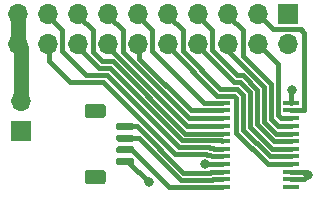
<source format=gbr>
%TF.GenerationSoftware,KiCad,Pcbnew,(5.1.12)-1*%
%TF.CreationDate,2022-03-16T22:40:04-06:00*%
%TF.ProjectId,RelayDriver,52656c61-7944-4726-9976-65722e6b6963,rev?*%
%TF.SameCoordinates,Original*%
%TF.FileFunction,Copper,L1,Top*%
%TF.FilePolarity,Positive*%
%FSLAX46Y46*%
G04 Gerber Fmt 4.6, Leading zero omitted, Abs format (unit mm)*
G04 Created by KiCad (PCBNEW (5.1.12)-1) date 2022-03-16 22:40:05*
%MOMM*%
%LPD*%
G01*
G04 APERTURE LIST*
%TA.AperFunction,ComponentPad*%
%ADD10O,1.700000X1.700000*%
%TD*%
%TA.AperFunction,ComponentPad*%
%ADD11R,1.700000X1.700000*%
%TD*%
%TA.AperFunction,SMDPad,CuDef*%
%ADD12R,1.473200X0.355600*%
%TD*%
%TA.AperFunction,ViaPad*%
%ADD13C,0.800000*%
%TD*%
%TA.AperFunction,Conductor*%
%ADD14C,0.381000*%
%TD*%
%TA.AperFunction,Conductor*%
%ADD15C,1.270000*%
%TD*%
G04 APERTURE END LIST*
D10*
%TO.P,J3,2*%
%TO.N,Net-(J2-Pad19)*%
X61874400Y-59588400D03*
D11*
%TO.P,J3,1*%
%TO.N,GND*%
X61874400Y-62128400D03*
%TD*%
D12*
%TO.P,U1,24*%
%TO.N,Net-(J1-Pad2)*%
X78867000Y-66878200D03*
%TO.P,U1,23*%
%TO.N,Net-(J1-Pad3)*%
X78867000Y-66217800D03*
%TO.P,U1,22*%
%TO.N,Net-(J1-Pad4)*%
X78867000Y-65582800D03*
%TO.P,U1,21*%
%TO.N,GND*%
X78867000Y-64922400D03*
%TO.P,U1,20*%
%TO.N,Net-(J2-Pad18)*%
X78867000Y-64262000D03*
%TO.P,U1,19*%
%TO.N,Net-(J2-Pad17)*%
X78867000Y-63627000D03*
%TO.P,U1,18*%
%TO.N,Net-(J2-Pad16)*%
X78867000Y-62966600D03*
%TO.P,U1,17*%
%TO.N,Net-(J2-Pad15)*%
X78867000Y-62331600D03*
%TO.P,U1,16*%
%TO.N,Net-(J2-Pad14)*%
X78867000Y-61671200D03*
%TO.P,U1,15*%
%TO.N,Net-(J2-Pad13)*%
X78867000Y-61010800D03*
%TO.P,U1,14*%
%TO.N,Net-(J2-Pad12)*%
X78867000Y-60375800D03*
%TO.P,U1,13*%
%TO.N,Net-(J2-Pad11)*%
X78867000Y-59715400D03*
%TO.P,U1,12*%
%TO.N,GND*%
X84709000Y-59715400D03*
%TO.P,U1,11*%
%TO.N,Net-(J2-Pad3)*%
X84709000Y-60375800D03*
%TO.P,U1,10*%
%TO.N,Net-(J2-Pad4)*%
X84709000Y-61010800D03*
%TO.P,U1,9*%
%TO.N,Net-(J2-Pad5)*%
X84709000Y-61671200D03*
%TO.P,U1,8*%
%TO.N,Net-(J2-Pad6)*%
X84709000Y-62331600D03*
%TO.P,U1,7*%
%TO.N,Net-(J2-Pad7)*%
X84709000Y-62966600D03*
%TO.P,U1,6*%
%TO.N,Net-(J2-Pad8)*%
X84709000Y-63627000D03*
%TO.P,U1,5*%
%TO.N,Net-(J2-Pad9)*%
X84709000Y-64262000D03*
%TO.P,U1,4*%
%TO.N,Net-(J2-Pad10)*%
X84709000Y-64922400D03*
%TO.P,U1,3*%
%TO.N,GND*%
X84709000Y-65582800D03*
%TO.P,U1,2*%
X84709000Y-66217800D03*
%TO.P,U1,1*%
%TO.N,Net-(U1-Pad1)*%
X84709000Y-66878200D03*
%TD*%
D10*
%TO.P,J2,20*%
%TO.N,Net-(J2-Pad19)*%
X61569600Y-54762400D03*
%TO.P,J2,19*%
X61569600Y-52222400D03*
%TO.P,J2,18*%
%TO.N,Net-(J2-Pad18)*%
X64109600Y-54762400D03*
%TO.P,J2,17*%
%TO.N,Net-(J2-Pad17)*%
X64109600Y-52222400D03*
%TO.P,J2,16*%
%TO.N,Net-(J2-Pad16)*%
X66649600Y-54762400D03*
%TO.P,J2,15*%
%TO.N,Net-(J2-Pad15)*%
X66649600Y-52222400D03*
%TO.P,J2,14*%
%TO.N,Net-(J2-Pad14)*%
X69189600Y-54762400D03*
%TO.P,J2,13*%
%TO.N,Net-(J2-Pad13)*%
X69189600Y-52222400D03*
%TO.P,J2,12*%
%TO.N,Net-(J2-Pad12)*%
X71729600Y-54762400D03*
%TO.P,J2,11*%
%TO.N,Net-(J2-Pad11)*%
X71729600Y-52222400D03*
%TO.P,J2,10*%
%TO.N,Net-(J2-Pad10)*%
X74269600Y-54762400D03*
%TO.P,J2,9*%
%TO.N,Net-(J2-Pad9)*%
X74269600Y-52222400D03*
%TO.P,J2,8*%
%TO.N,Net-(J2-Pad8)*%
X76809600Y-54762400D03*
%TO.P,J2,7*%
%TO.N,Net-(J2-Pad7)*%
X76809600Y-52222400D03*
%TO.P,J2,6*%
%TO.N,Net-(J2-Pad6)*%
X79349600Y-54762400D03*
%TO.P,J2,5*%
%TO.N,Net-(J2-Pad5)*%
X79349600Y-52222400D03*
%TO.P,J2,4*%
%TO.N,Net-(J2-Pad4)*%
X81889600Y-54762400D03*
%TO.P,J2,3*%
%TO.N,Net-(J2-Pad3)*%
X81889600Y-52222400D03*
%TO.P,J2,2*%
%TO.N,GND*%
X84429600Y-54762400D03*
D11*
%TO.P,J2,1*%
X84429600Y-52222400D03*
%TD*%
%TO.P,J1,MP*%
%TO.N,N/C*%
%TA.AperFunction,SMDPad,CuDef*%
G36*
G01*
X68792001Y-61020600D02*
X67491999Y-61020600D01*
G75*
G02*
X67242000Y-60770601I0J249999D01*
G01*
X67242000Y-60070599D01*
G75*
G02*
X67491999Y-59820600I249999J0D01*
G01*
X68792001Y-59820600D01*
G75*
G02*
X69042000Y-60070599I0J-249999D01*
G01*
X69042000Y-60770601D01*
G75*
G02*
X68792001Y-61020600I-249999J0D01*
G01*
G37*
%TD.AperFunction*%
%TA.AperFunction,SMDPad,CuDef*%
G36*
G01*
X68792001Y-66620600D02*
X67491999Y-66620600D01*
G75*
G02*
X67242000Y-66370601I0J249999D01*
G01*
X67242000Y-65670599D01*
G75*
G02*
X67491999Y-65420600I249999J0D01*
G01*
X68792001Y-65420600D01*
G75*
G02*
X69042000Y-65670599I0J-249999D01*
G01*
X69042000Y-66370601D01*
G75*
G02*
X68792001Y-66620600I-249999J0D01*
G01*
G37*
%TD.AperFunction*%
%TO.P,J1,4*%
%TO.N,Net-(J1-Pad4)*%
%TA.AperFunction,SMDPad,CuDef*%
G36*
G01*
X71292000Y-62020600D02*
X70042000Y-62020600D01*
G75*
G02*
X69892000Y-61870600I0J150000D01*
G01*
X69892000Y-61570600D01*
G75*
G02*
X70042000Y-61420600I150000J0D01*
G01*
X71292000Y-61420600D01*
G75*
G02*
X71442000Y-61570600I0J-150000D01*
G01*
X71442000Y-61870600D01*
G75*
G02*
X71292000Y-62020600I-150000J0D01*
G01*
G37*
%TD.AperFunction*%
%TO.P,J1,3*%
%TO.N,Net-(J1-Pad3)*%
%TA.AperFunction,SMDPad,CuDef*%
G36*
G01*
X71292000Y-63020600D02*
X70042000Y-63020600D01*
G75*
G02*
X69892000Y-62870600I0J150000D01*
G01*
X69892000Y-62570600D01*
G75*
G02*
X70042000Y-62420600I150000J0D01*
G01*
X71292000Y-62420600D01*
G75*
G02*
X71442000Y-62570600I0J-150000D01*
G01*
X71442000Y-62870600D01*
G75*
G02*
X71292000Y-63020600I-150000J0D01*
G01*
G37*
%TD.AperFunction*%
%TO.P,J1,2*%
%TO.N,Net-(J1-Pad2)*%
%TA.AperFunction,SMDPad,CuDef*%
G36*
G01*
X71292000Y-64020600D02*
X70042000Y-64020600D01*
G75*
G02*
X69892000Y-63870600I0J150000D01*
G01*
X69892000Y-63570600D01*
G75*
G02*
X70042000Y-63420600I150000J0D01*
G01*
X71292000Y-63420600D01*
G75*
G02*
X71442000Y-63570600I0J-150000D01*
G01*
X71442000Y-63870600D01*
G75*
G02*
X71292000Y-64020600I-150000J0D01*
G01*
G37*
%TD.AperFunction*%
%TO.P,J1,1*%
%TO.N,GND*%
%TA.AperFunction,SMDPad,CuDef*%
G36*
G01*
X71292000Y-65020600D02*
X70042000Y-65020600D01*
G75*
G02*
X69892000Y-64870600I0J150000D01*
G01*
X69892000Y-64570600D01*
G75*
G02*
X70042000Y-64420600I150000J0D01*
G01*
X71292000Y-64420600D01*
G75*
G02*
X71442000Y-64570600I0J-150000D01*
G01*
X71442000Y-64870600D01*
G75*
G02*
X71292000Y-65020600I-150000J0D01*
G01*
G37*
%TD.AperFunction*%
%TD*%
D13*
%TO.N,GND*%
X72669400Y-66446400D03*
X84759800Y-58648600D03*
X86182200Y-65836800D03*
X77442991Y-64894923D03*
%TD*%
D14*
%TO.N,GND*%
X85801200Y-66217800D02*
X86182200Y-65836800D01*
X84709000Y-66217800D02*
X85801200Y-66217800D01*
X85928200Y-65582800D02*
X86182200Y-65836800D01*
X84709000Y-65582800D02*
X85928200Y-65582800D01*
X84709000Y-58699400D02*
X84759800Y-58648600D01*
X84709000Y-59715400D02*
X84709000Y-58699400D01*
X78867000Y-64922400D02*
X77470468Y-64922400D01*
X77470468Y-64922400D02*
X77442991Y-64894923D01*
X70943600Y-64720600D02*
X72669400Y-66446400D01*
X70667000Y-64720600D02*
X70943600Y-64720600D01*
%TO.N,Net-(J1-Pad4)*%
X77822433Y-65685425D02*
X75600297Y-65685425D01*
X78867000Y-65582800D02*
X77925058Y-65582800D01*
X77925058Y-65582800D02*
X77822433Y-65685425D01*
X71635472Y-61720600D02*
X70667000Y-61720600D01*
X75600297Y-65685425D02*
X71635472Y-61720600D01*
%TO.N,Net-(J1-Pad3)*%
X78111731Y-66217800D02*
X78063095Y-66266436D01*
X78063095Y-66266436D02*
X75359636Y-66266436D01*
X78867000Y-66217800D02*
X78111731Y-66217800D01*
X71813800Y-62720600D02*
X70667000Y-62720600D01*
X75359636Y-66266436D02*
X71813800Y-62720600D01*
%TO.N,Net-(J1-Pad2)*%
X71206398Y-63720600D02*
X70667000Y-63720600D01*
X74363998Y-66878200D02*
X71206398Y-63720600D01*
X78867000Y-66878200D02*
X74363998Y-66878200D01*
D15*
%TO.N,Net-(J2-Pad19)*%
X61874400Y-55067200D02*
X61569600Y-54762400D01*
X61874400Y-59588400D02*
X61874400Y-55067200D01*
X61569600Y-54762400D02*
X61569600Y-52222400D01*
D14*
%TO.N,Net-(J2-Pad18)*%
X77536054Y-64074629D02*
X77577337Y-64115912D01*
X64236600Y-54965600D02*
X64236600Y-56167681D01*
X64236600Y-56167681D02*
X66018051Y-57949132D01*
X78033792Y-64262000D02*
X78867000Y-64262000D01*
X77887704Y-64115912D02*
X78033792Y-64262000D01*
X77577337Y-64115912D02*
X77887704Y-64115912D01*
X68794932Y-57949132D02*
X74920429Y-64074629D01*
X74920429Y-64074629D02*
X77536054Y-64074629D01*
X66018051Y-57949132D02*
X68794932Y-57949132D01*
%TO.N,Net-(J2-Pad17)*%
X78220465Y-63627000D02*
X78867000Y-63627000D01*
X64236600Y-52425600D02*
X65350000Y-53539000D01*
X65350000Y-54166858D02*
X65350101Y-54166959D01*
X65350101Y-54166959D02*
X65350101Y-55357841D01*
X65350000Y-53539000D02*
X65350000Y-54166858D01*
X69136492Y-57368122D02*
X75261988Y-63493618D01*
X65350101Y-55357841D02*
X65350000Y-55357942D01*
X77776716Y-63493618D02*
X77817999Y-63534901D01*
X65350000Y-55374942D02*
X67343179Y-57368121D01*
X67343179Y-57368121D02*
X69136492Y-57368122D01*
X65350000Y-55357942D02*
X65350000Y-55374942D01*
X75261988Y-63493618D02*
X77776716Y-63493618D01*
X77817999Y-63534901D02*
X78128367Y-63534901D01*
X78128367Y-63534901D02*
X78220465Y-63627000D01*
%TO.N,Net-(J2-Pad16)*%
X78813009Y-62912609D02*
X78867000Y-62966600D01*
X69377153Y-56787111D02*
X75502651Y-62912610D01*
X68480497Y-56787111D02*
X69377153Y-56787111D01*
X66776600Y-55083214D02*
X68480497Y-56787111D01*
X66776600Y-54965600D02*
X66776600Y-55083214D01*
X75502651Y-62912610D02*
X78813009Y-62912609D01*
%TO.N,Net-(J2-Pad15)*%
X77749400Y-62331600D02*
X78867000Y-62331600D01*
X68721159Y-56206101D02*
X69617815Y-56206101D01*
X75743313Y-62331600D02*
X77749400Y-62331600D01*
X67925000Y-55409942D02*
X68721159Y-56206101D01*
X67925000Y-53574000D02*
X67925000Y-55409942D01*
X69617815Y-56206101D02*
X75743313Y-62331600D01*
X66776600Y-52425600D02*
X67925000Y-53574000D01*
%TO.N,Net-(J2-Pad14)*%
X69316600Y-55083215D02*
X75904585Y-61671200D01*
X69316600Y-54965600D02*
X69316600Y-55083215D01*
X75904585Y-61671200D02*
X78867000Y-61671200D01*
%TO.N,Net-(J2-Pad13)*%
X76065858Y-61010800D02*
X78867000Y-61010800D01*
X70475000Y-53584000D02*
X70475000Y-55419942D01*
X69316600Y-52425600D02*
X70475000Y-53584000D01*
X70475000Y-55419942D02*
X76065858Y-61010800D01*
%TO.N,Net-(J2-Pad12)*%
X71856600Y-55979870D02*
X76252530Y-60375800D01*
X71856600Y-54965600D02*
X71856600Y-55979870D01*
X76252530Y-60375800D02*
X78867000Y-60375800D01*
%TO.N,Net-(J2-Pad11)*%
X77310458Y-59715400D02*
X78867000Y-59715400D01*
X72975000Y-55379942D02*
X77310458Y-59715400D01*
X72975000Y-53544000D02*
X72975000Y-55379942D01*
X71856600Y-52425600D02*
X72975000Y-53544000D01*
%TO.N,Net-(J2-Pad10)*%
X82734238Y-64922400D02*
X84709000Y-64922400D01*
X74396600Y-54965600D02*
X74396600Y-55041800D01*
X74396600Y-55041800D02*
X78486000Y-59131200D01*
X80060801Y-62248963D02*
X82734238Y-64922400D01*
X78486000Y-59131200D02*
X79900102Y-59131200D01*
X79900102Y-59131200D02*
X80060801Y-59291899D01*
X80060801Y-59291899D02*
X80060801Y-62248963D01*
%TO.N,Net-(J2-Pad9)*%
X80667183Y-59076608D02*
X80667183Y-62033673D01*
X80140764Y-58550189D02*
X80667183Y-59076608D01*
X78726661Y-58550189D02*
X80140764Y-58550189D01*
X80667183Y-62033673D02*
X82895510Y-64262000D01*
X75550000Y-55373528D02*
X78726661Y-58550189D01*
X82895510Y-64262000D02*
X84709000Y-64262000D01*
X75550000Y-53579000D02*
X75550000Y-55373528D01*
X74396600Y-52425600D02*
X75550000Y-53579000D01*
%TO.N,Net-(J2-Pad8)*%
X83082182Y-63627000D02*
X84709000Y-63627000D01*
X80381426Y-57969178D02*
X81257855Y-58845607D01*
X81257855Y-61802673D02*
X83082182Y-63627000D01*
X81257855Y-58845607D02*
X81257855Y-61802673D01*
X79898252Y-57969178D02*
X80381426Y-57969178D01*
X76936600Y-55007526D02*
X79898252Y-57969178D01*
X76936600Y-54965600D02*
X76936600Y-55007526D01*
%TO.N,Net-(J2-Pad7)*%
X81838866Y-61562012D02*
X83243454Y-62966600D01*
X81838866Y-58604945D02*
X81838866Y-61562012D01*
X83243454Y-62966600D02*
X84709000Y-62966600D01*
X80622088Y-57388167D02*
X81838866Y-58604945D01*
X80138913Y-57388167D02*
X80622088Y-57388167D01*
X78050101Y-55299355D02*
X80138913Y-57388167D01*
X76936600Y-52425600D02*
X78050000Y-53539000D01*
X78050101Y-53539101D02*
X78050000Y-53539000D01*
X78050101Y-55299355D02*
X78050101Y-53539101D01*
%TO.N,Net-(J2-Pad6)*%
X82419877Y-58364283D02*
X82419877Y-61321351D01*
X79476600Y-54965600D02*
X79476600Y-55421006D01*
X82419877Y-61321351D02*
X83430126Y-62331600D01*
X79476600Y-55421006D02*
X82419877Y-58364283D01*
X83430126Y-62331600D02*
X84709000Y-62331600D01*
%TO.N,Net-(J2-Pad5)*%
X83591400Y-61671200D02*
X84709000Y-61671200D01*
X83000888Y-61080688D02*
X83591400Y-61671200D01*
X83000888Y-58123621D02*
X83000888Y-61080688D01*
X80625000Y-53574000D02*
X80625000Y-55747733D01*
X80625000Y-55747733D02*
X83000888Y-58123621D01*
X79476600Y-52425600D02*
X80625000Y-53574000D01*
%TO.N,Net-(J2-Pad4)*%
X83581899Y-56454699D02*
X81889600Y-54762400D01*
X83581899Y-60737844D02*
X83581899Y-56454699D01*
X83854855Y-61010800D02*
X83581899Y-60737844D01*
X84709000Y-61010800D02*
X83854855Y-61010800D01*
%TO.N,Net-(J2-Pad3)*%
X85836101Y-53842199D02*
X85660003Y-53666101D01*
X85826600Y-60375800D02*
X85836101Y-60366299D01*
X85836101Y-60366299D02*
X85836101Y-53842199D01*
X84709000Y-60375800D02*
X85826600Y-60375800D01*
X83189099Y-53521899D02*
X81889600Y-52222400D01*
X85515801Y-53521899D02*
X83189099Y-53521899D01*
X85836101Y-53842199D02*
X85515801Y-53521899D01*
%TD*%
M02*

</source>
